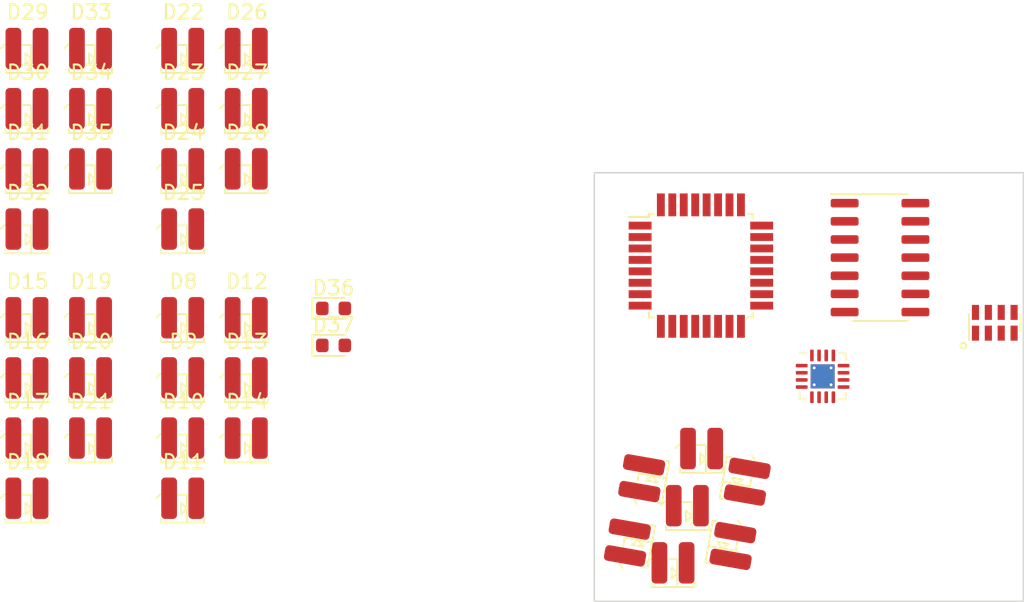
<source format=kicad_pcb>
(kicad_pcb (version 20221018) (generator pcbnew)
  (layers (0 "F.Cu" signal) (31 "B.Cu" signal) (34 "B.Paste" user) (35 "F.Paste" user) (36 "B.SilkS" user "B.Silkscreen") (37 "F.SilkS" user "F.Silkscreen") (38 "B.Mask" user) (39 "F.Mask" user) (44 "Edge.Cuts" user))
  (net 0 "")
  (net 1 "Net-(U1-TS)")
  (net 2 "+BATT")
  (net 3 "GND")
  (net 4 "VCC")
  (net 5 "/PGOOD")
  (net 6 "/CHG")
  (net 7 "Net-(U1-ILIM)")
  (net 8 "+5V")
  (net 10 "Net-(U1-TD)")
  (net 11 "Net-(U1-ISET)")
  (net 16 "/RTC_CLK")
  (net 18 "/SDA")
  (net 19 "/SCL")
  (net 20 "/UPDI")
  (net 37 "/CS3")
  (net 38 "/CS2")
  (net 39 "/CS1")
  (net 40 "/SW1")
  (net 41 "/SW2")
  (net 42 "/SW3")
  (net 43 "/SW4")
  (net 44 "/SW5")
  (net 48 "/SW6")
  (net 49 "/SW7")
  (net 50 "/SW8")
  (net 52 "Net-(X1-VBU)")
  (net 53 "Net-(X1-EVI)")
  (net 54 "/CS7")
  (net 55 "/CS6")
  (net 56 "/CS5")
  (net 57 "/CS4")
  (footprint "Heptachron-Lib:CREE-PLCC2-custom" (layer "F.Cu") (at 105 81.5 -100)
    (fp_text reference "D3" hide)
    (fp_text value "CLM" hide)
    (pad "A" smd roundrect (at -0.95 -0.7 350) (size 2.9 1.1) (layers "F.Cu" "F.Paste" "F.Mask"))
    (pad "K" smd roundrect (at 0.95 -0.7 350) (size 2.9 1.1) (layers "F.Cu" "F.Paste" "F.Mask"))
  )
  (footprint "Heptachron-Lib:CREE-PLCC2-custom" (layer "F.Cu") (at 55.325 83.48)
    (fp_text reference "D18" (at 0.05 -3.25 unlocked) (layer "F.SilkS"))
    (fp_text value "CLM")
    (pad "A" smd roundrect (at -0.95 -0.7 90) (size 2.9 1.1) (layers "F.Cu" "F.Paste" "F.Mask"))
    (pad "K" smd roundrect (at 0.95 -0.7 90) (size 2.9 1.1) (layers "F.Cu" "F.Paste" "F.Mask"))
  )
  (footprint "Heptachron-Lib:CREE-PLCC2-custom" (layer "F.Cu") (at 66.215 60.43)
    (fp_text reference "D24" (at 0.05 -3.25 unlocked) (layer "F.SilkS"))
    (fp_text value "CLM")
    (pad "A" smd roundrect (at -0.95 -0.7 90) (size 2.9 1.1) (layers "F.Cu" "F.Paste" "F.Mask"))
    (pad "K" smd roundrect (at 0.95 -0.7 90) (size 2.9 1.1) (layers "F.Cu" "F.Paste" "F.Mask"))
  )
  (footprint "Heptachron-Lib:CREE-PLCC2-custom" (layer "F.Cu") (at 70.66 79.27)
    (fp_text reference "D14" (at 0.05 -3.25 unlocked) (layer "F.SilkS"))
    (fp_text value "CLM")
    (pad "A" smd roundrect (at -0.95 -0.7 90) (size 2.9 1.1) (layers "F.Cu" "F.Paste" "F.Mask"))
    (pad "K" smd roundrect (at 0.95 -0.7 90) (size 2.9 1.1) (layers "F.Cu" "F.Paste" "F.Mask"))
  )
  (footprint "Heptachron-Lib:CREE-PLCC2-custom" (layer "F.Cu") (at 55.325 70.85)
    (fp_text reference "D15" (at 0.05 -3.25 unlocked) (layer "F.SilkS"))
    (fp_text value "CLM")
    (pad "A" smd roundrect (at -0.95 -0.7 90) (size 2.9 1.1) (layers "F.Cu" "F.Paste" "F.Mask"))
    (pad "K" smd roundrect (at 0.95 -0.7 90) (size 2.9 1.1) (layers "F.Cu" "F.Paste" "F.Mask"))
  )
  (footprint "Heptachron-Lib:CREE-PLCC2-custom" (layer "F.Cu") (at 59.77 60.43)
    (fp_text reference "D35" (at 0.05 -3.25 unlocked) (layer "F.SilkS"))
    (fp_text value "CLM")
    (pad "A" smd roundrect (at -0.95 -0.7 90) (size 2.9 1.1) (layers "F.Cu" "F.Paste" "F.Mask"))
    (pad "K" smd roundrect (at 0.95 -0.7 90) (size 2.9 1.1) (layers "F.Cu" "F.Paste" "F.Mask"))
  )
  (footprint "Heptachron-Lib:CREE-PLCC2-custom" (layer "F.Cu") (at 66.215 70.85)
    (fp_text reference "D8" (at 0.05 -3.25 unlocked) (layer "F.SilkS"))
    (fp_text value "CLM")
    (pad "A" smd roundrect (at -0.95 -0.7 90) (size 2.9 1.1) (layers "F.Cu" "F.Paste" "F.Mask"))
    (pad "K" smd roundrect (at 0.95 -0.7 90) (size 2.9 1.1) (layers "F.Cu" "F.Paste" "F.Mask"))
  )
  (footprint "Package_QFP:TQFP-32_7x7mm_P0.8mm" (layer "F.Cu") (at 102.45 66.5)
    (fp_text reference "U3" hide)
    (fp_text value "IS31FL3729" hide)
    (pad "1" smd rect (at -4.25 -2.8) (size 1.6 0.55) (layers "F.Cu" "F.Paste" "F.Mask") (net 57 "/CS4"))
    (pad "2" smd rect (at -4.25 -2) (size 1.6 0.55) (layers "F.Cu" "F.Paste" "F.Mask") (net 56 "/CS5"))
    (pad "3" smd rect (at -4.25 -1.2) (size 1.6 0.55) (layers "F.Cu" "F.Paste" "F.Mask") (net 55 "/CS6"))
    (pad "4" smd rect (at -4.25 -0.4) (size 1.6 0.55) (layers "F.Cu" "F.Paste" "F.Mask") (net 54 "/CS7"))
    (pad "5" smd rect (at -4.25 0.4) (size 1.6 0.55) (layers "F.Cu" "F.Paste" "F.Mask"))
    (pad "6" smd rect (at -4.25 1.2) (size 1.6 0.55) (layers "F.Cu" "F.Paste" "F.Mask"))
    (pad "7" smd rect (at -4.25 2) (size 1.6 0.55) (layers "F.Cu" "F.Paste" "F.Mask"))
    (pad "8" smd rect (at -4.25 2.8) (size 1.6 0.55) (layers "F.Cu" "F.Paste" "F.Mask"))
    (pad "9" smd rect (at -2.8 4.25 90) (size 1.6 0.55) (layers "F.Cu" "F.Paste" "F.Mask") (net 3 "GND"))
    (pad "10" smd rect (at -2 4.25 90) (size 1.6 0.55) (layers "F.Cu" "F.Paste" "F.Mask"))
    (pad "11" smd rect (at -1.2 4.25 90) (size 1.6 0.55) (layers "F.Cu" "F.Paste" "F.Mask"))
    (pad "12" smd rect (at -0.4 4.25 90) (size 1.6 0.55) (layers "F.Cu" "F.Paste" "F.Mask"))
    (pad "13" smd rect (at 0.4 4.25 90) (size 1.6 0.55) (layers "F.Cu" "F.Paste" "F.Mask"))
    (pad "14" smd rect (at 1.2 4.25 90) (size 1.6 0.55) (layers "F.Cu" "F.Paste" "F.Mask"))
    (pad "15" smd rect (at 2 4.25 90) (size 1.6 0.55) (layers "F.Cu" "F.Paste" "F.Mask") (net 50 "/SW8"))
    (pad "16" smd rect (at 2.8 4.25 90) (size 1.6 0.55) (layers "F.Cu" "F.Paste" "F.Mask") (net 49 "/SW7"))
    (pad "17" smd rect (at 4.25 2.8) (size 1.6 0.55) (layers "F.Cu" "F.Paste" "F.Mask") (net 48 "/SW6"))
    (pad "18" smd rect (at 4.25 2) (size 1.6 0.55) (layers "F.Cu" "F.Paste" "F.Mask") (net 44 "/SW5"))
    (pad "19" smd rect (at 4.25 1.2) (size 1.6 0.55) (layers "F.Cu" "F.Paste" "F.Mask") (net 43 "/SW4"))
    (pad "20" smd rect (at 4.25 0.4) (size 1.6 0.55) (layers "F.Cu" "F.Paste" "F.Mask") (net 42 "/SW3"))
    (pad "21" smd rect (at 4.25 -0.4) (size 1.6 0.55) (layers "F.Cu" "F.Paste" "F.Mask") (net 41 "/SW2"))
    (pad "22" smd rect (at 4.25 -1.2) (size 1.6 0.55) (layers "F.Cu" "F.Paste" "F.Mask") (net 40 "/SW1"))
    (pad "23" smd rect (at 4.25 -2) (size 1.6 0.55) (layers "F.Cu" "F.Paste" "F.Mask"))
    (pad "24" smd rect (at 4.25 -2.8) (size 1.6 0.55) (layers "F.Cu" "F.Paste" "F.Mask") (net 3 "GND"))
    (pad "25" smd rect (at 2.8 -4.25 90) (size 1.6 0.55) (layers "F.Cu" "F.Paste" "F.Mask"))
    (pad "26" smd rect (at 2 -4.25 90) (size 1.6 0.55) (layers "F.Cu" "F.Paste" "F.Mask") (net 18 "/SDA"))
    (pad "27" smd rect (at 1.2 -4.25 90) (size 1.6 0.55) (layers "F.Cu" "F.Paste" "F.Mask") (net 19 "/SCL"))
    (pad "28" smd rect (at 0.4 -4.25 90) (size 1.6 0.55) (layers "F.Cu" "F.Paste" "F.Mask") (net 3 "GND"))
    (pad "29" smd rect (at -0.4 -4.25 90) (size 1.6 0.55) (layers "F.Cu" "F.Paste" "F.Mask"))
    (pad "30" smd rect (at -1.2 -4.25 90) (size 1.6 0.55) (layers "F.Cu" "F.Paste" "F.Mask") (net 39 "/CS1"))
    (pad "31" smd rect (at -2 -4.25 90) (size 1.6 0.55) (layers "F.Cu" "F.Paste" "F.Mask") (net 38 "/CS2"))
    (pad "32" smd rect (at -2.8 -4.25 90) (size 1.6 0.55) (layers "F.Cu" "F.Paste" "F.Mask") (net 37 "/CS3"))
  )
  (footprint "Heptachron-Lib:CREE-PLCC2-custom" (layer "F.Cu") (at 55.325 79.27)
    (fp_text reference "D17" (at 0.05 -3.25 unlocked) (layer "F.SilkS"))
    (fp_text value "CLM")
    (pad "A" smd roundrect (at -0.95 -0.7 90) (size 2.9 1.1) (layers "F.Cu" "F.Paste" "F.Mask"))
    (pad "K" smd roundrect (at 0.95 -0.7 90) (size 2.9 1.1) (layers "F.Cu" "F.Paste" "F.Mask"))
  )
  (footprint "Heptachron-Lib:CREE-PLCC2-custom" (layer "F.Cu") (at 59.77 52.01)
    (fp_text reference "D33" (at 0.05 -3.25 unlocked) (layer "F.SilkS"))
    (fp_text value "CLM")
    (pad "A" smd roundrect (at -0.95 -0.7 90) (size 2.9 1.1) (layers "F.Cu" "F.Paste" "F.Mask"))
    (pad "K" smd roundrect (at 0.95 -0.7 90) (size 2.9 1.1) (layers "F.Cu" "F.Paste" "F.Mask"))
  )
  (footprint "Heptachron-Lib:CREE-PLCC2-custom" (layer "F.Cu") (at 55.325 75.06)
    (fp_text reference "D16" (at 0.05 -3.25 unlocked) (layer "F.SilkS"))
    (fp_text value "CLM")
    (pad "A" smd roundrect (at -0.95 -0.7 90) (size 2.9 1.1) (layers "F.Cu" "F.Paste" "F.Mask"))
    (pad "K" smd roundrect (at 0.95 -0.7 90) (size 2.9 1.1) (layers "F.Cu" "F.Paste" "F.Mask"))
  )
  (footprint "Package_DFN_QFN:VQFN-16-1EP_3x3mm_P0.5mm_EP1.68x1.68mm_ThermalVias" (layer "F.Cu") (at 110.9625 74.25)
    (fp_text reference "U1" hide)
    (fp_text value "BQ24230RGT" hide)
    (pad "1" smd roundrect (at -1.4625 -0.75) (size 0.825 0.25) (layers "F.Cu" "F.Paste" "F.Mask") (net 1 "Net-(U1-TS)"))
    (pad "2" smd roundrect (at -1.4625 -0.25) (size 0.825 0.25) (layers "F.Cu" "F.Paste" "F.Mask") (net 2 "+BATT"))
    (pad "3" smd roundrect (at -1.4625 0.25) (size 0.825 0.25) (layers "F.Cu" "F.Paste" "F.Mask") (net 2 "+BATT"))
    (pad "4" smd roundrect (at -1.4625 0.75) (size 0.825 0.25) (layers "F.Cu" "F.Paste" "F.Mask") (net 3 "GND"))
    (pad "5" smd roundrect (at -0.75 1.4625) (size 0.25 0.825) (layers "F.Cu" "F.Paste" "F.Mask") (net 4 "VCC"))
    (pad "6" smd roundrect (at -0.25 1.4625) (size 0.25 0.825) (layers "F.Cu" "F.Paste" "F.Mask") (net 3 "GND"))
    (pad "7" smd roundrect (at 0.25 1.4625) (size 0.25 0.825) (layers "F.Cu" "F.Paste" "F.Mask") (net 5 "/PGOOD"))
    (pad "8" smd roundrect (at 0.75 1.4625) (size 0.25 0.825) (layers "F.Cu" "F.Paste" "F.Mask") (net 3 "GND"))
    (pad "9" smd roundrect (at 1.4625 0.75) (size 0.825 0.25) (layers "F.Cu" "F.Paste" "F.Mask") (net 6 "/CHG"))
    (pad "10" smd roundrect (at 1.4625 0.25) (size 0.825 0.25) (layers "F.Cu" "F.Paste" "F.Mask") (net 4 "VCC"))
    (pad "11" smd roundrect (at 1.4625 -0.25) (size 0.825 0.25) (layers "F.Cu" "F.Paste" "F.Mask") (net 4 "VCC"))
    (pad "12" smd roundrect (at 1.4625 -0.75) (size 0.825 0.25) (layers "F.Cu" "F.Paste" "F.Mask") (net 7 "Net-(U1-ILIM)"))
    (pad "13" smd roundrect (at 0.75 -1.4625) (size 0.25 0.825) (layers "F.Cu" "F.Paste" "F.Mask") (net 8 "+5V"))
    (pad "14" smd roundrect (at 0.25 -1.4625) (size 0.25 0.825) (layers "F.Cu" "F.Paste" "F.Mask"))
    (pad "15" smd roundrect (at -0.25 -1.4625) (size 0.25 0.825) (layers "F.Cu" "F.Paste" "F.Mask") (net 10 "Net-(U1-TD)"))
    (pad "16" smd roundrect (at -0.75 -1.4625) (size 0.25 0.825) (layers "F.Cu" "F.Paste" "F.Mask") (net 11 "Net-(U1-ISET)"))
    (pad "17" thru_hole circle (at -0.59 -0.59) (size 0.5 0.5) (drill 0.2) (layers "*.Cu") (net 3 "GND"))
    (pad "17" thru_hole circle (at -0.59 0.59) (size 0.5 0.5) (drill 0.2) (layers "*.Cu") (net 3 "GND"))
    (pad "17" smd rect (at 0 0) (size 1.68 1.68) (layers "F.Cu" "F.Mask") (net 3 "GND"))
    (pad "17" smd rect (at 0 0) (size 1.68 1.68) (layers "B.Cu") (net 3 "GND"))
    (pad "17" thru_hole circle (at 0.59 -0.59) (size 0.5 0.5) (drill 0.2) (layers "*.Cu") (net 3 "GND"))
    (pad "17" thru_hole circle (at 0.59 0.59) (size 0.5 0.5) (drill 0.2) (layers "*.Cu") (net 3 "GND"))
  )
  (footprint "Heptachron-Lib:CREE-PLCC2-custom" (layer "F.Cu") (at 59.77 56.22)
    (fp_text reference "D34" (at 0.05 -3.25 unlocked) (layer "F.SilkS"))
    (fp_text value "CLM")
    (pad "A" smd roundrect (at -0.95 -0.7 90) (size 2.9 1.1) (layers "F.Cu" "F.Paste" "F.Mask"))
    (pad "K" smd roundrect (at 0.95 -0.7 90) (size 2.9 1.1) (layers "F.Cu" "F.Paste" "F.Mask"))
  )
  (footprint "LED_SMD:LED_0603_1608Metric" (layer "F.Cu") (at 76.765 72.085)
    (fp_text reference "D37" (at 0 -1.43) (layer "F.SilkS"))
    (fp_text value "CLM")
    (pad "1" smd roundrect (at -0.7875 0) (size 0.875 0.95) (layers "F.Cu" "F.Paste" "F.Mask"))
    (pad "2" smd roundrect (at 0.7875 0) (size 0.875 0.95) (layers "F.Cu" "F.Paste" "F.Mask"))
  )
  (footprint "Heptachron-Lib:CREE-PLCC2-custom" (layer "F.Cu") (at 66.215 83.48)
    (fp_text reference "D11" (at 0.05 -3.25 unlocked) (layer "F.SilkS"))
    (fp_text value "CLM")
    (pad "A" smd roundrect (at -0.95 -0.7 90) (size 2.9 1.1) (layers "F.Cu" "F.Paste" "F.Mask"))
    (pad "K" smd roundrect (at 0.95 -0.7 90) (size 2.9 1.1) (layers "F.Cu" "F.Paste" "F.Mask"))
  )
  (footprint "Heptachron-Lib:CREE-PLCC2-custom" (layer "F.Cu") (at 70.66 52.01)
    (fp_text reference "D26" (at 0.05 -3.25 unlocked) (layer "F.SilkS"))
    (fp_text value "CLM")
    (pad "A" smd roundrect (at -0.95 -0.7 90) (size 2.9 1.1) (layers "F.Cu" "F.Paste" "F.Mask"))
    (pad "K" smd roundrect (at 0.95 -0.7 90) (size 2.9 1.1) (layers "F.Cu" "F.Paste" "F.Mask"))
  )
  (footprint "Heptachron-Lib:CREE-PLCC2-custom" (layer "F.Cu") (at 59.77 70.85)
    (fp_text reference "D19" (at 0.05 -3.25 unlocked) (layer "F.SilkS"))
    (fp_text value "CLM")
    (pad "A" smd roundrect (at -0.95 -0.7 90) (size 2.9 1.1) (layers "F.Cu" "F.Paste" "F.Mask"))
    (pad "K" smd roundrect (at 0.95 -0.7 90) (size 2.9 1.1) (layers "F.Cu" "F.Paste" "F.Mask"))
  )
  (footprint "Heptachron-Lib:CREE-PLCC2-custom" (layer "F.Cu") (at 66.215 56.22)
    (fp_text reference "D23" (at 0.05 -3.25 unlocked) (layer "F.SilkS"))
    (fp_text value "CLM")
    (pad "A" smd roundrect (at -0.95 -0.7 90) (size 2.9 1.1) (layers "F.Cu" "F.Paste" "F.Mask"))
    (pad "K" smd roundrect (at 0.95 -0.7 90) (size 2.9 1.1) (layers "F.Cu" "F.Paste" "F.Mask"))
  )
  (footprint "Heptachron-Lib:CREE-PLCC2-custom" (layer "F.Cu") (at 55.325 52.01)
    (fp_text reference "D29" (at 0.05 -3.25 unlocked) (layer "F.SilkS"))
    (fp_text value "CLM")
    (pad "A" smd roundrect (at -0.95 -0.7 90) (size 2.9 1.1) (layers "F.Cu" "F.Paste" "F.Mask"))
    (pad "K" smd roundrect (at 0.95 -0.7 90) (size 2.9 1.1) (layers "F.Cu" "F.Paste" "F.Mask"))
  )
  (footprint "Heptachron-Lib:CREE-PLCC2-custom" (layer "F.Cu") (at 66.215 64.64)
    (fp_text reference "D25" (at 0.05 -3.25 unlocked) (layer "F.SilkS"))
    (fp_text value "CLM")
    (pad "A" smd roundrect (at -0.95 -0.7 90) (size 2.9 1.1) (layers "F.Cu" "F.Paste" "F.Mask"))
    (pad "K" smd roundrect (at 0.95 -0.7 90) (size 2.9 1.1) (layers "F.Cu" "F.Paste" "F.Mask"))
  )
  (footprint "Heptachron-Lib:CREE-PLCC2-custom" (layer "F.Cu") (at 70.66 75.06)
    (fp_text reference "D13" (at 0.05 -3.25 unlocked) (layer "F.SilkS"))
    (fp_text value "CLM")
    (pad "A" smd roundrect (at -0.95 -0.7 90) (size 2.9 1.1) (layers "F.Cu" "F.Paste" "F.Mask"))
    (pad "K" smd roundrect (at 0.95 -0.7 90) (size 2.9 1.1) (layers "F.Cu" "F.Paste" "F.Mask"))
  )
  (footprint "Heptachron-Lib:CREE-PLCC2-custom" (layer "F.Cu") (at 101.5 84)
    (fp_text reference "D7" hide)
    (fp_text value "CLM" hide)
    (pad "A" smd roundrect (at -0.95 -0.7 90) (size 2.9 1.1) (layers "F.Cu" "F.Paste" "F.Mask"))
    (pad "K" smd roundrect (at 0.95 -0.7 90) (size 2.9 1.1) (layers "F.Cu" "F.Paste" "F.Mask"))
  )
  (footprint "Heptachron-Lib:RV-3028-C7" (layer "F.Cu") (at 123 70.5)
    (fp_text reference "X1" hide)
    (fp_text value "RV-3028-C7" hide)
    (pad "1" smd rect (at -1.35 0.725) (size 0.5 1.05) (layers "F.Cu" "F.Paste" "F.Mask") (net 16 "/RTC_CLK"))
    (pad "2" smd rect (at -0.45 0.725) (size 0.5 1.05) (layers "F.Cu" "F.Paste" "F.Mask"))
    (pad "3" smd rect (at 0.45 0.725) (size 0.5 1.05) (layers "F.Cu" "F.Paste" "F.Mask") (net 19 "/SCL"))
    (pad "4" smd rect (at 1.35 0.725) (size 0.5 1.05) (layers "F.Cu" "F.Paste" "F.Mask") (net 18 "/SDA"))
    (pad "5" smd rect (at 1.35 -0.725) (size 0.5 1.05) (layers "F.Cu" "F.Paste" "F.Mask") (net 3 "GND"))
    (pad "6" smd rect (at 0.45 -0.725) (size 0.5 1.05) (layers "F.Cu" "F.Paste" "F.Mask") (net 52 "Net-(X1-VBU)"))
    (pad "7" smd rect (at -0.45 -0.725) (size 0.5 1.05) (layers "F.Cu" "F.Paste" "F.Mask") (net 4 "VCC"))
    (pad "8" smd rect (at -1.35 -0.725) (size 0.5 1.05) (layers "F.Cu" "F.Paste" "F.Mask") (net 53 "Net-(X1-EVI)"))
  )
  (footprint "Heptachron-Lib:CREE-PLCC2-custom" (layer "F.Cu") (at 59.77 79.27)
    (fp_text reference "D21" (at 0.05 -3.25 unlocked) (layer "F.SilkS"))
    (fp_text value "CLM")
    (pad "A" smd roundrect (at -0.95 -0.7 90) (size 2.9 1.1) (layers "F.Cu" "F.Paste" "F.Mask"))
    (pad "K" smd roundrect (at 0.95 -0.7 90) (size 2.9 1.1) (layers "F.Cu" "F.Paste" "F.Mask"))
  )
  (footprint "Heptachron-Lib:CREE-PLCC2-custom" (layer "F.Cu") (at 66.215 79.27)
    (fp_text reference "D10" (at 0.05 -3.25 unlocked) (layer "F.SilkS"))
    (fp_text value "CLM")
    (pad "A" smd roundrect (at -0.95 -0.7 90) (size 2.9 1.1) (layers "F.Cu" "F.Paste" "F.Mask"))
    (pad "K" smd roundrect (at 0.95 -0.7 90) (size 2.9 1.1) (layers "F.Cu" "F.Paste" "F.Mask"))
  )
  (footprint "Heptachron-Lib:CREE-PLCC2-custom" (layer "F.Cu") (at 99 81.5 80)
    (fp_text reference "D2" hide)
    (fp_text value "CLM" hide)
    (pad "A" smd roundrect (at -0.95 -0.7 170) (size 2.9 1.1) (layers "F.Cu" "F.Paste" "F.Mask"))
    (pad "K" smd roundrect (at 0.95 -0.7 170) (size 2.9 1.1) (layers "F.Cu" "F.Paste" "F.Mask"))
  )
  (footprint "Heptachron-Lib:CREE-PLCC2-custom" (layer "F.Cu") (at 55.325 56.22)
    (fp_text reference "D30" (at 0.05 -3.25 unlocked) (layer "F.SilkS"))
    (fp_text value "CLM")
    (pad "A" smd roundrect (at -0.95 -0.7 90) (size 2.9 1.1) (layers "F.Cu" "F.Paste" "F.Mask"))
    (pad "K" smd roundrect (at 0.95 -0.7 90) (size 2.9 1.1) (layers "F.Cu" "F.Paste" "F.Mask"))
  )
  (footprint "LED_SMD:LED_0603_1608Metric" (layer "F.Cu") (at 76.765 69.495)
    (fp_text reference "D36" (at 0 -1.43) (layer "F.SilkS"))
    (fp_text value "CLM")
    (pad "1" smd roundrect (at -0.7875 0) (size 0.875 0.95) (layers "F.Cu" "F.Paste" "F.Mask"))
    (pad "2" smd roundrect (at 0.7875 0) (size 0.875 0.95) (layers "F.Cu" "F.Paste" "F.Mask"))
  )
  (footprint "Heptachron-Lib:CREE-PLCC2-custom" (layer "F.Cu") (at 59.77 75.06)
    (fp_text reference "D20" (at 0.05 -3.25 unlocked) (layer "F.SilkS"))
    (fp_text value "CLM")
    (pad "A" smd roundrect (at -0.95 -0.7 90) (size 2.9 1.1) (layers "F.Cu" "F.Paste" "F.Mask"))
    (pad "K" smd roundrect (at 0.95 -0.7 90) (size 2.9 1.1) (layers "F.Cu" "F.Paste" "F.Mask"))
  )
  (footprint "Package_SO:SOIC-14_3.9x8.7mm_P1.27mm" (layer "F.Cu") (at 114.975 65.94)
    (fp_text reference "U2" hide)
    (fp_text value "ATtiny424-SS" hide)
    (pad "1" smd roundrect (at -2.475 -3.81) (size 1.95 0.6) (layers "F.Cu" "F.Paste" "F.Mask") (net 4 "VCC"))
    (pad "2" smd roundrect (at -2.475 -2.54) (size 1.95 0.6) (layers "F.Cu" "F.Paste" "F.Mask"))
    (pad "3" smd roundrect (at -2.475 -1.27) (size 1.95 0.6) (layers "F.Cu" "F.Paste" "F.Mask"))
    (pad "4" smd roundrect (at -2.475 0) (size 1.95 0.6) (layers "F.Cu" "F.Paste" "F.Mask"))
    (pad "5" smd roundrect (at -2.475 1.27) (size 1.95 0.6) (layers "F.Cu" "F.Paste" "F.Mask"))
    (pad "6" smd roundrect (at -2.475 2.54) (size 1.95 0.6) (layers "F.Cu" "F.Paste" "F.Mask") (net 16 "/RTC_CLK"))
    (pad "7" smd roundrect (at -2.475 3.81) (size 1.95 0.6) (layers "F.Cu" "F.Paste" "F.Mask"))
    (pad "8" smd roundrect (at 2.475 3.81) (size 1.95 0.6) (layers "F.Cu" "F.Paste" "F.Mask") (net 18 "/SDA"))
    (pad "9" smd roundrect (at 2.475 2.54) (size 1.95 0.6) (layers "F.Cu" "F.Paste" "F.Mask") (net 19 "/SCL"))
    (pad "10" smd roundrect (at 2.475 1.27) (size 1.95 0.6) (layers "F.Cu" "F.Paste" "F.Mask") (net 20 "/UPDI"))
    (pad "11" smd roundrect (at 2.475 0) (size 1.95 0.6) (layers "F.Cu" "F.Paste" "F.Mask"))
    (pad "12" smd roundrect (at 2.475 -1.27) (size 1.95 0.6) (layers "F.Cu" "F.Paste" "F.Mask"))
    (pad "13" smd roundrect (at 2.475 -2.54) (size 1.95 0.6) (layers "F.Cu" "F.Paste" "F.Mask"))
    (pad "14" smd roundrect (at 2.475 -3.81) (size 1.95 0.6) (layers "F.Cu" "F.Paste" "F.Mask") (net 3 "GND"))
  )
  (footprint "Heptachron-Lib:CREE-PLCC2-custom" (layer "F.Cu") (at 55.325 60.43)
    (fp_text reference "D31" (at 0.05 -3.25 unlocked) (layer "F.SilkS"))
    (fp_text value "CLM")
    (pad "A" smd roundrect (at -0.95 -0.7 90) (size 2.9 1.1) (layers "F.Cu" "F.Paste" "F.Mask"))
    (pad "K" smd roundrect (at 0.95 -0.7 90) (size 2.9 1.1) (layers "F.Cu" "F.Paste" "F.Mask"))
  )
  (footprint "Heptachron-Lib:CREE-PLCC2-custom" (layer "F.Cu") (at 70.66 56.22)
    (fp_text reference "D27" (at 0.05 -3.25 unlocked) (layer "F.SilkS"))
    (fp_text value "CLM")
    (pad "A" smd roundrect (at -0.95 -0.7 90) (size 2.9 1.1) (layers "F.Cu" "F.Paste" "F.Mask"))
    (pad "K" smd roundrect (at 0.95 -0.7 90) (size 2.9 1.1) (layers "F.Cu" "F.Paste" "F.Mask"))
  )
  (footprint "Heptachron-Lib:CREE-PLCC2-custom" (layer "F.Cu") (at 100.5 88)
    (fp_text reference "D6" hide)
    (fp_text value "CLM" hide)
    (pad "A" smd roundrect (at -0.95 -0.7 90) (size 2.9 1.1) (layers "F.Cu" "F.Paste" "F.Mask"))
    (pad "K" smd roundrect (at 0.95 -0.7 90) (size 2.9 1.1) (layers "F.Cu" "F.Paste" "F.Mask"))
  )
  (footprint "Heptachron-Lib:CREE-PLCC2-custom" (layer "F.Cu") (at 98 86 80)
    (fp_text reference "D4" hide)
    (fp_text value "CLM" hide)
    (pad "A" smd roundrect (at -0.95 -0.7 170) (size 2.9 1.1) (layers "F.Cu" "F.Paste" "F.Mask"))
    (pad "K" smd roundrect (at 0.95 -0.7 170) (size 2.9 1.1) (layers "F.Cu" "F.Paste" "F.Mask"))
  )
  (footprint "Heptachron-Lib:CREE-PLCC2-custom" (layer "F.Cu") (at 66.215 75.06)
    (fp_text reference "D9" (at 0.05 -3.25 unlocked) (layer "F.SilkS"))
    (fp_text value "CLM")
    (pad "A" smd roundrect (at -0.95 -0.7 90) (size 2.9 1.1) (layers "F.Cu" "F.Paste" "F.Mask"))
    (pad "K" smd roundrect (at 0.95 -0.7 90) (size 2.9 1.1) (layers "F.Cu" "F.Paste" "F.Mask"))
  )
  (footprint "Heptachron-Lib:CREE-PLCC2-custom" (layer "F.Cu") (at 104 86 -100)
    (fp_text reference "D5" hide)
    (fp_text value "CLM" hide)
    (pad "A" smd roundrect (at -0.95 -0.7 350) (size 2.9 1.1) (layers "F.Cu" "F.Paste" "F.Mask"))
    (pad "K" smd roundrect (at 0.95 -0.7 350) (size 2.9 1.1) (layers "F.Cu" "F.Paste" "F.Mask"))
  )
  (footprint "Heptachron-Lib:CREE-PLCC2-custom" (layer "F.Cu") (at 70.66 60.43)
    (fp_text reference "D28" (at 0.05 -3.25 unlocked) (layer "F.SilkS"))
    (fp_text value "CLM")
    (pad "A" smd roundrect (at -0.95 -0.7 90) (size 2.9 1.1) (layers "F.Cu" "F.Paste" "F.Mask"))
    (pad "K" smd roundrect (at 0.95 -0.7 90) (size 2.9 1.1) (layers "F.Cu" "F.Paste" "F.Mask"))
  )
  (footprint "Heptachron-Lib:CREE-PLCC2-custom" (layer "F.Cu") (at 66.215 52.01)
    (fp_text reference "D22" (at 0.05 -3.25 unlocked) (layer "F.SilkS"))
    (fp_text value "CLM")
    (pad "A" smd roundrect (at -0.95 -0.7 90) (size 2.9 1.1) (layers "F.Cu" "F.Paste" "F.Mask"))
    (pad "K" smd roundrect (at 0.95 -0.7 90) (size 2.9 1.1) (layers "F.Cu" "F.Paste" "F.Mask"))
  )
  (footprint "Heptachron-Lib:CREE-PLCC2-custom" (layer "F.Cu") (at 102.5 80)
    (fp_text reference "D1" hide)
    (fp_text value "CLM" hide)
    (pad "A" smd roundrect (at -0.95 -0.7 90) (size 2.9 1.1) (layers "F.Cu" "F.Paste" "F.Mask"))
    (pad "K" smd roundrect (at 0.95 -0.7 90) (size 2.9 1.1) (layers "F.Cu" "F.Paste" "F.Mask"))
  )
  (footprint "Heptachron-Lib:CREE-PLCC2-custom" (layer "F.Cu") (at 70.66 70.85)
    (fp_text reference "D12" (at 0.05 -3.25 unlocked) (layer "F.SilkS"))
    (fp_text value "CLM")
    (pad "A" smd roundrect (at -0.95 -0.7 90) (size 2.9 1.1) (layers "F.Cu" "F.Paste" "F.Mask"))
    (pad "K" smd roundrect (at 0.95 -0.7 90) (size 2.9 1.1) (layers "F.Cu" "F.Paste" "F.Mask"))
  )
  (footprint "Heptachron-Lib:CREE-PLCC2-custom" (layer "F.Cu") (at 55.325 64.64)
    (fp_text reference "D32" (at 0.05 -3.25 unlocked) (layer "F.SilkS"))
    (fp_text value "CLM")
    (pad "A" smd roundrect (at -0.95 -0.7 90) (size 2.9 1.1) (layers "F.Cu" "F.Paste" "F.Mask"))
    (pad "K" smd roundrect (at 0.95 -0.7 90) (size 2.9 1.1) (layers "F.Cu" "F.Paste" "F.Mask"))
  )
  (gr_rect (start 95 60) (end 125 90) (stroke (width 0.1)) (fill none) (layer "Edge.Cuts"))
)
</source>
